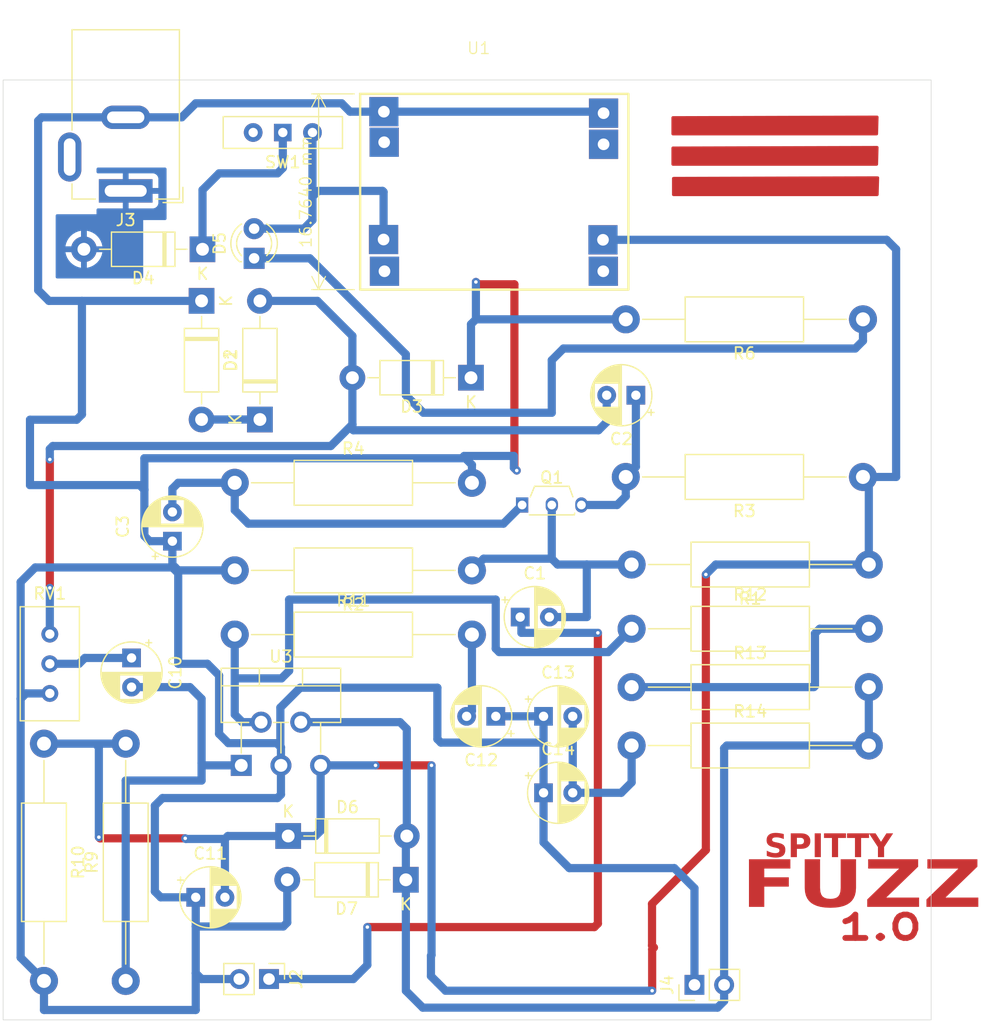
<source format=kicad_pcb>
(kicad_pcb (version 20240108) (generator "pcbnew") (generator_version "8.0")
  (layers (0 "F.Cu" signal) (31 "B.Cu" signal) (34 "B.Paste" user) (35 "F.Paste" user) (36 "B.SilkS" user "B.Silkscreen") (37 "F.SilkS" user "F.Silkscreen") (38 "B.Mask" user) (39 "F.Mask" user) (44 "Edge.Cuts" user))
  (net 0 "")
  (net 1 "Net-(Q1-B)")
  (net 2 "Net-(J2-Pin_1)")
  (net 3 "Net-(Q1-C)")
  (net 4 "Net-(Q1-E)")
  (net 5 "Earth")
  (net 6 "+9V")
  (net 7 "Net-(D1-K)")
  (net 8 "Net-(D4-K)")
  (net 9 "Net-(D4-A)")
  (net 10 "Net-(D5-K)")
  (net 11 "Net-(D5-A)")
  (net 12 "/PRE-AMP_OUT")
  (net 13 "Net-(U3-+)")
  (net 14 "Net-(C10-Pad1)")
  (net 15 "Net-(C12-Pad2)")
  (net 16 "Net-(C13-Pad2)")
  (net 17 "/AUDIO_OUT")
  (net 18 "Net-(U3--)")
  (net 19 "Net-(R12-Pad2)")
  (footprint "Resistor_THT:R_Axial_DIN0411_L9.9mm_D3.6mm_P20.32mm_Horizontal" (layer "F.Cu") (at 134.16 48 180)
    (property "Reference" "R6" (at 10.16 -2.92 0) (layer "F.SilkS"))
    (property "Value" "500R")
    (pad "1" thru_hole circle (at 0 0 180) (size 2.4 2.4) (drill 1.2) (layers "*.Cu" "*.Mask") (net 10 "Net-(D5-K)"))
    (pad "2" thru_hole oval (at 20.32 0 180) (size 2.4 2.4) (drill 1.2) (layers "*.Cu" "*.Mask") (net 5 "Earth"))
  )
  (footprint "Diode_THT:D_DO-41_SOD81_P10.16mm_Horizontal" (layer "F.Cu") (at 84.92 92.25)
    (property "Reference" "D6" (at 5.08 -2.47 0) (layer "F.SilkS"))
    (property "Value" "1N4001")
    (fp_text user "K" (at 0 -2.1 0) (layer "F.SilkS"))
    (pad "1" thru_hole rect (at 0 0) (size 2.2 2.2) (drill 1.1) (layers "*.Cu" "*.Mask") (net 6 "+9V"))
    (pad "2" thru_hole oval (at 10.16 0) (size 2.2 2.2) (drill 1.1) (layers "*.Cu" "*.Mask") (net 17 "/AUDIO_OUT"))
  )
  (footprint "Capacitor_THT:CP_Radial_D5.0mm_P2.50mm" (layer "F.Cu") (at 114.705112 54.5 180)
    (property "Reference" "C2" (at 1.25 -3.75 0) (layer "F.SilkS"))
    (property "Value" "1.5uF")
    (pad "1" thru_hole rect (at 0 0 180) (size 1.6 1.6) (drill 0.8) (layers "*.Cu" "*.Mask") (net 3 "Net-(Q1-C)"))
    (pad "2" thru_hole circle (at 2.5 0 180) (size 1.6 1.6) (drill 0.8) (layers "*.Cu" "*.Mask") (net 12 "/PRE-AMP_OUT"))
  )
  (footprint "Potentiometer_THT:Potentiometer_Bourns_3386C_Horizontal" (layer "F.Cu") (at 64.5 74.96)
    (property "Reference" "RV1" (at 0 -3.475 0) (layer "F.SilkS"))
    (property "Value" "50k")
    (pad "1" thru_hole circle (at 0 0) (size 1.44 1.44) (drill 0.8) (layers "*.Cu" "*.Mask") (net 12 "/PRE-AMP_OUT"))
    (pad "2" thru_hole circle (at 0 2.54) (size 1.44 1.44) (drill 0.8) (layers "*.Cu" "*.Mask") (net 14 "Net-(C10-Pad1)"))
    (pad "3" thru_hole circle (at 0 5.08) (size 1.44 1.44) (drill 0.8) (layers "*.Cu" "*.Mask") (net 5 "Earth"))
  )
  (footprint "Connector_PinHeader_2.54mm:PinHeader_1x02_P2.54mm_Vertical" (layer "F.Cu") (at 83.275 104.5 -90)
    (property "Reference" "J2" (at 0 -2.33 90) (layer "F.SilkS"))
    (property "Value" "Sound IN")
    (pad "1" thru_hole rect (at 0 0 270) (size 1.7 1.7) (drill 1) (layers "*.Cu" "*.Mask") (net 2 "Net-(J2-Pin_1)"))
    (pad "2" thru_hole oval (at 0 2.54 270) (size 1.7 1.7) (drill 1) (layers "*.Cu" "*.Mask") (net 5 "Earth"))
  )
  (footprint "Capacitor_THT:CP_Radial_D5.0mm_P2.50mm" (layer "F.Cu") (at 77 97.5)
    (property "Reference" "C11" (at 1.25 -3.75 0) (layer "F.SilkS"))
    (property "Value" "22uF")
    (pad "1" thru_hole rect (at 0 0) (size 1.6 1.6) (drill 0.8) (layers "*.Cu" "*.Mask") (net 5 "Earth"))
    (pad "2" thru_hole circle (at 2.5 0) (size 1.6 1.6) (drill 0.8) (layers "*.Cu" "*.Mask") (net 6 "+9V"))
  )
  (footprint "Resistor_THT:R_Axial_DIN0411_L9.9mm_D3.6mm_P20.32mm_Horizontal" (layer "F.Cu") (at 114.34 84.5)
    (property "Reference" "R14" (at 10.16 -2.92 0) (layer "F.SilkS"))
    (property "Value" "10R")
    (pad "1" thru_hole circle (at 0 0) (size 2.4 2.4) (drill 1.2) (layers "*.Cu" "*.Mask") (net 16 "Net-(C13-Pad2)"))
    (pad "2" thru_hole oval (at 20.32 0) (size 2.4 2.4) (drill 1.2) (layers "*.Cu" "*.Mask") (net 17 "/AUDIO_OUT"))
  )
  (footprint "Capacitor_THT:CP_Radial_D5.0mm_P2.50mm" (layer "F.Cu") (at 104.794888 73.5)
    (property "Reference" "C1" (at 1.25 -3.75 0) (layer "F.SilkS"))
    (property "Value" "0.82uF")
    (pad "1" thru_hole rect (at 0 0) (size 1.6 1.6) (drill 0.8) (layers "*.Cu" "*.Mask") (net 2 "Net-(J2-Pin_1)"))
    (pad "2" thru_hole circle (at 2.5 0) (size 1.6 1.6) (drill 0.8) (layers "*.Cu" "*.Mask") (net 1 "Net-(Q1-B)"))
  )
  (footprint "Diode_THT:D_DO-41_SOD81_P10.16mm_Horizontal" (layer "F.Cu") (at 77.58 42 180)
    (property "Reference" "D4" (at 5.08 -2.47 0) (layer "F.SilkS"))
    (property "Value" "D_Schottky")
    (fp_text user "K" (at 0 -2.1 0) (layer "F.SilkS"))
    (pad "1" thru_hole rect (at 0 0 180) (size 2.2 2.2) (drill 1.1) (layers "*.Cu" "*.Mask") (net 8 "Net-(D4-K)"))
    (pad "2" thru_hole oval (at 10.16 0 180) (size 2.2 2.2) (drill 1.1) (layers "*.Cu" "*.Mask") (net 9 "Net-(D4-A)"))
  )
  (footprint "Resistor_THT:R_Axial_DIN0411_L9.9mm_D3.6mm_P20.32mm_Horizontal" (layer "F.Cu") (at 80.34 62)
    (property "Reference" "R4" (at 10.16 -2.92 0) (layer "F.SilkS"))
    (property "Value" "440R")
    (pad "1" thru_hole circle (at 0 0) (size 2.4 2.4) (drill 1.2) (layers "*.Cu" "*.Mask") (net 4 "Net-(Q1-E)"))
    (pad "2" thru_hole oval (at 20.32 0) (size 2.4 2.4) (drill 1.2) (layers "*.Cu" "*.Mask") (net 5 "Earth"))
  )
  (footprint "Resistor_THT:R_Axial_DIN0411_L9.9mm_D3.6mm_P20.32mm_Horizontal" (layer "F.Cu") (at 134.66 69 180)
    (property "Reference" "R1" (at 10.16 -2.92 0) (layer "F.SilkS"))
    (property "Value" "45K")
    (pad "1" thru_hole circle (at 0 0 180) (size 2.4 2.4) (drill 1.2) (layers "*.Cu" "*.Mask") (net 6 "+9V"))
    (pad "2" thru_hole oval (at 20.32 0 180) (size 2.4 2.4) (drill 1.2) (layers "*.Cu" "*.Mask") (net 1 "Net-(Q1-B)"))
  )
  (footprint "my-modules:MP1584_BUCK_CONVERTER" (layer "F.Cu") (at 91.085 28.693)
    (property "Reference" "U1" (at 10.16 -3.913 0) (layer "F.SilkS") (effects (font (thickness 0.1))))
    (property "Value" "~")
    (pad "1" thru_hole rect (at 2.032 1.524) (size 2.5 2.5) (drill 1) (layers "*.Cu" "*.Mask") (net 5 "Earth"))
    (pad "2" thru_hole rect (at 2.0574 4.1402) (size 2.5 2.5) (drill 1) (layers "*.Cu" "*.Mask"))
    (pad "3" thru_hole rect (at 2.0066 12.4714) (size 2.5 2.5) (drill 1) (layers "*.Cu" "*.Mask") (net 11 "Net-(D5-A)"))
    (pad "4" thru_hole rect (at 2.0828 15.1892) (size 2.5 2.5) (drill 1) (layers "*.Cu" "*.Mask"))
    (pad "5" thru_hole rect (at 20.828 15.1892) (size 2.5 2.5) (drill 1) (layers "*.Cu" "*.Mask"))
    (pad "6" thru_hole rect (at 20.8026 12.4968) (size 2.5 2.5) (drill 1) (layers "*.Cu" "*.Mask") (net 6 "+9V"))
    (pad "7" thru_hole rect (at 20.8534 4.318) (size 2.5 2.5) (drill 1) (layers "*.Cu" "*.Mask"))
    (pad "8" thru_hole rect (at 20.8534 1.651) (size 2.5 2.5) (drill 1) (layers "*.Cu" "*.Mask") (net 5 "Earth"))
  )
  (footprint "Package_TO_SOT_THT:TO-220-5_P3.4x3.7mm_StaggerOdd_Lead3.8mm_Vertical" (layer "F.Cu") (at 80.9 86.2)
    (property "Reference" "U3" (at 3.4 -9.32 0) (layer "F.SilkS"))
    (property "Value" "TDA2030")
    (pad "1" thru_hole rect (at 0 0) (size 1.8 1.8) (drill 1.1) (layers "*.Cu" "*.Mask") (net 13 "Net-(U3-+)"))
    (pad "2" thru_hole oval (at 1.7 -3.7) (size 1.8 1.8) (drill 1.1) (layers "*.Cu" "*.Mask") (net 18 "Net-(U3--)"))
    (pad "3" thru_hole oval (at 3.4 0) (size 1.8 1.8) (drill 1.1) (layers "*.Cu" "*.Mask") (net 5 "Earth"))
    (pad "4" thru_hole oval (at 5.1 -3.7) (size 1.8 1.8) (drill 1.1) (layers "*.Cu" "*.Mask") (net 17 "/AUDIO_OUT"))
    (pad "5" thru_hole oval (at 6.8 0) (size 1.8 1.8) (drill 1.1) (layers "*.Cu" "*.Mask") (net 6 "+9V"))
  )
  (footprint "Connector_PinHeader_2.54mm:PinHeader_1x02_P2.54mm_Vertical" (layer "F.Cu") (at 119.725 105 90)
    (property "Reference" "J4" (at 0 -2.33 90) (layer "F.SilkS"))
    (property "Value" "8 Ohm Speaker")
    (pad "1" thru_hole rect (at 0 0 90) (size 1.7 1.7) (drill 1) (layers "*.Cu" "*.Mask") (net 5 "Earth"))
    (pad "2" thru_hole oval (at 0 2.54 90) (size 1.7 1.7) (drill 1) (layers "*.Cu" "*.Mask") (net 17 "/AUDIO_OUT"))
  )
  (footprint "Package_TO_SOT_THT:TO-92S_Wide" (layer "F.Cu") (at 104.96 63.9)
    (property "Reference" "Q1" (at 2.54 -2.35 0) (layer "F.SilkS"))
    (property "Value" "2N3904")
    (pad "1" thru_hole rect (at 0 0) (size 1.05 1.3) (drill 0.75) (layers "*.Cu" "*.Mask") (net 4 "Net-(Q1-E)"))
    (pad "2" thru_hole oval (at 2.54 0) (size 1.05 1.3) (drill 0.75) (layers "*.Cu" "*.Mask") (net 1 "Net-(Q1-B)"))
    (pad "3" thru_hole oval (at 5.08 0) (size 1.05 1.3) (drill 0.75) (layers "*.Cu" "*.Mask") (net 3 "Net-(Q1-C)"))
  )
  (footprint "LED_THT:LED_D3.0mm" (layer "F.Cu") (at 82 42.775 90)
    (property "Reference" "D5" (at 1.27 -2.96 90) (layer "F.SilkS"))
    (property "Value" "GREEN")
    (pad "1" thru_hole rect (at 0 0 90) (size 1.8 1.8) (drill 0.9) (layers "*.Cu" "*.Mask") (net 10 "Net-(D5-K)"))
    (pad "2" thru_hole circle (at 2.54 0 90) (size 1.8 1.8) (drill 0.9) (layers "*.Cu" "*.Mask") (net 11 "Net-(D5-A)"))
  )
  (footprint "Capacitor_THT:CP_Radial_D5.0mm_P2.50mm" (layer "F.Cu") (at 75 67 90)
    (property "Reference" "C3" (at 1.25 -4.25 90) (layer "F.SilkS"))
    (property "Value" "220uF")
    (pad "1" thru_hole rect (at 0 0 90) (size 1.6 1.6) (drill 0.8) (layers "*.Cu" "*.Mask") (net 5 "Earth"))
    (pad "2" thru_hole circle (at 2.5 0 90) (size 1.6 1.6) (drill 0.8) (layers "*.Cu" "*.Mask") (net 4 "Net-(Q1-E)"))
  )
  (footprint "Resistor_THT:R_Axial_DIN0411_L9.9mm_D3.6mm_P20.32mm_Horizontal" (layer "F.Cu") (at 100.66 69.5 180)
    (property "Reference" "R2" (at 10.16 -2.92 0) (layer "F.SilkS"))
    (property "Value" "10K")
    (pad "1" thru_hole circle (at 0 0 180) (size 2.4 2.4) (drill 1.2) (layers "*.Cu" "*.Mask") (net 1 "Net-(Q1-B)"))
    (pad "2" thru_hole oval (at 20.32 0 180) (size 2.4 2.4) (drill 1.2) (layers "*.Cu" "*.Mask") (net 5 "Earth"))
  )
  (footprint "Button_Switch_THT:SW_Slide-03_Wuerth-WS-SLTV_10x2.5x6.4_P2.54mm" (layer "F.Cu") (at 84.46 32 180)
    (property "Reference" "SW1" (at 0 -2.54 360) (layer "F.SilkS"))
    (property "Value" "SW_SPST")
    (pad "1" thru_hole rect (at 0 0 180) (size 1.5 1.5) (drill 0.8) (layers "*.Cu" "*.Mask") (net 8 "Net-(D4-K)"))
    (pad "2" thru_hole circle (at -2.54 0 180) (size 1.6 1.6) (drill 0.8) (layers "*.Cu" "*.Mask") (net 11 "Net-(D5-A)"))
    (pad "3" thru_hole circle (at 2.54 0 180) (size 1.6 1.6) (drill 0.8) (layers "*.Cu" "*.Mask"))
  )
  (footprint "Diode_THT:D_DO-41_SOD81_P10.16mm_Horizontal" (layer "F.Cu") (at 77.5 46.42 -90)
    (property "Reference" "D2" (at 5.08 -2.47 90) (layer "F.SilkS"))
    (property "Value" "1N4007")
    (fp_text user "K" (at 0 -2.1 90) (layer "F.SilkS"))
    (pad "1" thru_hole rect (at 0 0 270) (size 2.2 2.2) (drill 1.1) (layers "*.Cu" "*.Mask") (net 5 "Earth"))
    (pad "2" thru_hole oval (at 10.16 0 270) (size 2.2 2.2) (drill 1.1) (layers "*.Cu" "*.Mask") (net 7 "Net-(D1-K)"))
  )
  (footprint "Capacitor_THT:CP_Radial_D5.0mm_P2.50mm" (layer "F.Cu") (at 106.794887 88.55)
    (property "Reference" "C14" (at 1.25 -3.75 360) (layer "F.SilkS"))
    (property "Value" "100nF")
    (pad "1" thru_hole rect (at 0 0) (size 1.6 1.6) (drill 0.8) (layers "*.Cu" "*.Mask") (net 5 "Earth"))
    (pad "2" thru_hole circle (at 2.5 0) (size 1.6 1.6) (drill 0.8) (layers "*.Cu" "*.Mask") (net 16 "Net-(C13-Pad2)"))
  )
  (footprint "Capacitor_THT:CP_Radial_D5.0mm_P2.50mm" (layer "F.Cu") (at 106.794887 82)
    (property "Reference" "C13" (at 1.25 -3.75 360) (layer "F.SilkS"))
    (property "Value" "100nF")
    (pad "1" thru_hole rect (at 0 0) (size 1.6 1.6) (drill 0.8) (layers "*.Cu" "*.Mask") (net 5 "Earth"))
    (pad "2" thru_hole circle (at 2.5 0) (size 1.6 1.6) (drill 0.8) (layers "*.Cu" "*.Mask") (net 16 "Net-(C13-Pad2)"))
  )
  (footprint "Resistor_THT:R_Axial_DIN0411_L9.9mm_D3.6mm_P20.32mm_Horizontal" (layer "F.Cu") (at 71 104.66 90)
    (property "Reference" "R9" (at 10.16 -2.92 90) (layer "F.SilkS"))
    (property "Value" "100k")
    (pad "1" thru_hole circle (at 0 0 90) (size 2.4 2.4) (drill 1.2) (layers "*.Cu" "*.Mask") (net 13 "Net-(U3-+)"))
    (pad "2" thru_hole oval (at 20.32 0 90) (size 2.4 2.4) (drill 1.2) (layers "*.Cu" "*.Mask") (net 6 "+9V"))
  )
  (footprint "Resistor_THT:R_Axial_DIN0411_L9.9mm_D3.6mm_P20.32mm_Horizontal" (layer "F.Cu") (at 134.16 61.5 180)
    (property "Reference" "R3" (at 10.16 -2.92 0) (layer "F.SilkS"))
    (property "Value" "2.2K")
    (pad "1" thru_hole circle (at 0 0 180) (size 2.4 2.4) (drill 1.2) (layers "*.Cu" "*.Mask") (net 6 "+9V"))
    (pad "2" thru_hole oval (at 20.32 0 180) (size 2.4 2.4) (drill 1.2) (layers "*.Cu" "*.Mask") (net 3 "Net-(Q1-C)"))
  )
  (footprint "Resistor_THT:R_Axial_DIN0411_L9.9mm_D3.6mm_P20.32mm_Horizontal" (layer "F.Cu") (at 114.34 79.5)
    (property "Reference" "R13" (at 10.16 -2.92 0) (layer "F.SilkS"))
    (property "Value" "30k")
    (pad "1" thru_hole circle (at 0 0) (size 2.4 2.4) (drill 1.2) (layers "*.Cu" "*.Mask") (net 19 "Net-(R12-Pad2)"))
    (pad "2" thru_hole oval (at 20.32 0) (size 2.4 2.4) (drill 1.2) (layers "*.Cu" "*.Mask") (net 17 "/AUDIO_OUT"))
  )
  (footprint "Connector_BarrelJack:BarrelJack_GCT_DCJ200-10-A_Horizontal" (layer "F.Cu") (at 71 37 180)
    (property "Reference" "J3" (at 0 -2.5 0) (layer "F.SilkS"))
    (property "Value" "Barrel_Jack")
    (pad "1" thru_hole rect (at 0 0 180) (size 4.6 2) (drill oval 3.6 1) (layers "*.Cu" "*.Mask") (net 9 "Net-(D4-A)"))
    (pad "2" thru_hole oval (at 0 6.3 180) (size 4.2 2) (drill oval 3.2 1) (layers "*.Cu" "*.Mask") (net 5 "Earth"))
    (pad "3" thru_hole oval (at 4.8 2.9 180) (size 2 4.2) (drill oval 1 3.2) (layers "*.Cu" "*.Mask"))
  )
  (footprint "Resistor_THT:R_Axial_DIN0411_L9.9mm_D3.6mm_P20.32mm_Horizontal" (layer "F.Cu") (at 80.34 75)
    (property "Reference" "R11" (at 10.16 -2.92 0) (layer "F.SilkS"))
    (property "Value" "4.7k")
    (pad "1" thru_hole circle (at 0 0) (size 2.4 2.4) (drill 1.2) (layers "*.Cu" "*.Mask") (net 18 "Net-(U3--)"))
    (pad "2" thru_hole oval (at 20.32 0) (size 2.4 2.4) (drill 1.2) (layers "*.Cu" "*.Mask") (net 15 "Net-(C12-Pad2)"))
  )
  (footprint "Capacitor_THT:CP_Radial_D5.0mm_P2.50mm" (layer "F.Cu") (at 102.705113 82 180)
    (property "Reference" "C12" (at 1.25 -3.75 360) (layer "F.SilkS"))
    (property "Value" "2.2uF")
    (pad "1" thru_hole rect (at 0 0 180) (size 1.6 1.6) (drill 0.8) (layers "*.Cu" "*.Mask") (net 5 "Earth"))
    (pad "2" thru_hole circle (at 2.5 0 180) (size 1.6 1.6) (drill 0.8) (layers "*.Cu" "*.Mask") (net 15 "Net-(C12-Pad2)"))
  )
  (footprint "Capacitor_THT:CP_Radial_D5.0mm_P2.50mm" (layer "F.Cu") (at 71.5 77 -90)
    (property "Reference" "C10" (at 1.25 -3.75 90) (layer "F.SilkS"))
    (property "Value" "1uF")
    (pad "1" thru_hole rect (at 0 0 270) (size 1.6 1.6) (drill 0.8) (layers "*.Cu" "*.Mask") (net 14 "Net-(C10-Pad1)"))
    (pad "2" thru_hole circle (at 2.5 0 270) (size 1.6 1.6) (drill 0.8) (layers "*.Cu" "*.Mask") (net 13 "Net-(U3-+)"))
  )
  (footprint "Diode_THT:D_DO-41_SOD81_P10.16mm_Horizontal" (layer "F.Cu") (at 82.5 56.58 90)
    (property "Reference" "D1" (at 5.08 -2.47 90) (layer "F.SilkS"))
    (property "Value" "1N4007")
    (fp_text user "K" (at 0 -2.1 90) (layer "F.SilkS"))
    (pad "1" thru_hole rect (at 0 0 90) (size 2.2 2.2) (drill 1.1) (layers "*.Cu" "*.Mask") (net 7 "Net-(D1-K)"))
    (pad "2" thru_hole oval (at 10.16 0 90) (size 2.2 2.2) (drill 1.1) (layers "*.Cu" "*.Mask") (net 12 "/PRE-AMP_OUT"))
  )
  (footprint "Resistor_THT:R_Axial_DIN0411_L9.9mm_D3.6mm_P20.32mm_Horizontal" (layer "F.Cu") (at 114.34 74.5)
    (property "Reference" "R12" (at 10.16 -2.92 0) (layer "F.SilkS"))
    (property "Value" "100k")
    (pad "1" thru_hole circle (at 0 0) (size 2.4 2.4) (drill 1.2) (layers "*.Cu" "*.Mask") (net 18 "Net-(U3--)"))
    (pad "2" thru_hole oval (at 20.32 0) (size 2.4 2.4) (drill 1.2) (layers "*.Cu" "*.Mask") (net 19 "Net-(R12-Pad2)"))
  )
  (footprint "Diode_THT:D_DO-41_SOD81_P10.16mm_Horizontal" (layer "F.Cu") (at 95 96 180)
    (property "Reference" "D7" (at 5.08 -2.47 360) (layer "F.SilkS"))
    (property "Value" "1N4001")
    (fp_text user "K" (at 0 -2.1 360) (layer "F.SilkS"))
    (pad "1" thru_hole rect (at 0 0 180) (size 2.2 2.2) (drill 1.1) (layers "*.Cu" "*.Mask") (net 17 "/AUDIO_OUT"))
    (pad "2" thru_hole oval (at 10.16 0 180) (size 2.2 2.2) (drill 1.1) (layers "*.Cu" "*.Mask") (net 5 "Earth"))
  )
  (footprint "Resistor_THT:R_Axial_DIN0411_L9.9mm_D3.6mm_P20.32mm_Horizontal" (layer "F.Cu") (at 64 84.34 -90)
    (property "Reference" "R10" (at 10.16 -2.92 90) (layer "F.SilkS"))
    (property "Value" "100k")
    (pad "1" thru_hole circle (at 0 0 270) (size 2.4 2.4) (drill 1.2) (layers "*.Cu" "*.Mask") (net 6 "+9V"))
    (pad "2" thru_hole oval (at 20.32 0 270) (size 2.4 2.4) (drill 1.2) (layers "*.Cu" "*.Mask") (net 5 "Earth"))
  )
  (footprint "Diode_THT:D_DO-41_SOD81_P10.16mm_Horizontal" (layer "F.Cu") (at 100.58 53 180)
    (property "Reference" "D3" (at 5.08 -2.47 0) (layer "F.SilkS"))
    (property "Value" "1N4007")
    (fp_text user "K" (at 0 -2.1 0) (layer "F.SilkS"))
    (pad "1" thru_hole rect (at 0 0 180) (size 2.2 2.2) (drill 1.1) (layers "*.Cu" "*.Mask") (net 5 "Earth"))
    (pad "2" thru_hole oval (at 10.16 0 180) (size 2.2 2.2) (drill 1.1) (layers "*.Cu" "*.Mask") (net 12 "/PRE-AMP_OUT"))
  )
  (gr_rect (start 60.5 27.5) (end 140 108) (stroke (width 0.05)) (fill none) (layer "Edge.Cuts"))
  (gr_text "FUZZ" (at 123.75 99 0) (layer "F.Cu") (effects (font (size 4 5) (thickness 0.3) (bold yes)) (justify left bottom)))
  (gr_text "SPITTY" (at 125.7 94.4 0) (layer "F.Cu") (effects (font (size 2 2) (thickness 0.3) (bold yes)) (justify left bottom)))
  (gr_text "1.0" (at 131.75 101.25 0) (layer "F.Cu") (effects (font (size 2 3) (thickness 0.5) (bold yes)) (justify left bottom)))
  (segment (start 101.66 68.5) (end 107.5 68.5) (width 0.7) (layer "B.Cu") (net 1))
  (segment (start 110.5 73.5) (end 110.5 69) (width 0.7) (layer "B.Cu") (net 1))
  (segment (start 108 69) (end 110.5 69) (width 0.7) (layer "B.Cu") (net 1))
  (segment (start 107.294888 73.5) (end 110.5 73.5) (width 0.7) (layer "B.Cu") (net 1))
  (segment (start 107.5 68.5) (end 108 69) (width 0.7) (layer "B.Cu") (net 1))
  (segment (start 110.5 69) (end 114.34 69) (width 0.7) (layer "B.Cu") (net 1))
  (segment (start 107.5 63.9) (end 107.5 68.5) (width 0.7) (layer "B.Cu") (net 1))
  (segment (start 100.66 69.5) (end 101.66 68.5) (width 0.7) (layer "B.Cu") (net 1))
  (segment (start 111.15 100.05) (end 111.45 99.75) (width 0.7) (layer "F.Cu") (net 2))
  (segment (start 91.7 100.05) (end 111.15 100.05) (width 0.7) (layer "F.Cu") (net 2))
  (segment (start 111.45 99.75) (end 111.45 74.85) (width 0.7) (layer "F.Cu") (net 2))
  (via (at 91.7 100.05) (size 0.6) (drill 0.3) (layers "F.Cu" "B.Cu") (net 2))
  (via (at 111.45 74.85) (size 0.6) (drill 0.3) (layers "F.Cu" "B.Cu") (net 2))
  (segment (start 104.9 73.605112) (end 104.794888 73.5) (width 0.7) (layer "B.Cu") (net 2))
  (segment (start 83.275 104.5) (end 90.5 104.5) (width 0.7) (layer "B.Cu") (net 2))
  (segment (start 104.9 74.85) (end 104.9 73.605112) (width 0.7) (layer "B.Cu") (net 2))
  (segment (start 91.7 103.3) (end 91.7 100.05) (width 0.7) (layer "B.Cu") (net 2))
  (segment (start 111.45 74.85) (end 104.9 74.85) (width 0.7) (layer "B.Cu") (net 2))
  (segment (start 90.95 104.05) (end 91.7 103.3) (width 0.7) (layer "B.Cu") (net 2))
  (segment (start 90.5 104.5) (end 90.95 104.05) (width 0.7) (layer "B.Cu") (net 2))
  (segment (start 110.04 63.9) (end 113.1 63.9) (width 0.7) (layer "B.Cu") (net 3))
  (segment (start 113.84 63.16) (end 113.84 61.5) (width 0.7) (layer "B.Cu") (net 3))
  (segment (start 113.84 61.5) (end 114.705112 60.634888) (width 0.7) (layer "B.Cu") (net 3))
  (segment (start 114.705112 60.634888) (end 114.705112 54.5) (width 0.7) (layer "B.Cu") (net 3))
  (segment (start 113.1 63.9) (end 113.84 63.16) (width 0.7) (layer "B.Cu") (net 3))
  (segment (start 75 64.5) (end 75 62.5) (width 0.7) (layer "B.Cu") (net 4))
  (segment (start 81.5 65.5) (end 103.36 65.5) (width 0.7) (layer "B.Cu") (net 4))
  (segment (start 103.36 65.5) (end 104.96 63.9) (width 0.7) (layer "B.Cu") (net 4))
  (segment (start 75.5 62) (end 80.34 62) (width 0.7) (layer "B.Cu") (net 4))
  (segment (start 80.34 64.34) (end 81.5 65.5) (width 0.7) (layer "B.Cu") (net 4))
  (segment (start 80.34 62) (end 80.34 64.34) (width 0.7) (layer "B.Cu") (net 4))
  (segment (start 75 62.5) (end 75.5 62) (width 0.7) (layer "B.Cu") (net 4))
  (segment (start 101 44.8) (end 101.2 45) (width 0.7) (layer "F.Cu") (net 5))
  (segment (start 104.3 45) (end 104.3 60.75) (width 0.7) (layer "F.Cu") (net 5))
  (segment (start 104.3 60.75) (end 104.5 60.95) (width 0.7) (layer "F.Cu") (net 5))
  (segment (start 101.2 45) (end 104.3 45) (width 0.7) (layer "F.Cu") (net 5))
  (via (at 101 44.8) (size 0.6) (drill 0.3) (layers "F.Cu" "B.Cu") (net 5))
  (via (at 104.5 60.95) (size 0.6) (drill 0.3) (layers "F.Cu" "B.Cu") (net 5))
  (segment (start 84 89) (end 74.15 89) (width 0.7) (layer "B.Cu") (net 5))
  (segment (start 62 70.5) (end 63.25 69.25) (width 0.7) (layer "B.Cu") (net 5))
  (segment (start 97.7 79.55) (end 97.7 83.95) (width 0.7) (layer "B.Cu") (net 5))
  (segment (start 97.7 83.95) (end 98 84.25) (width 0.7) (layer "B.Cu") (net 5))
  (segment (start 64 107.15) (end 77 107.15) (width 0.7) (layer "B.Cu") (net 5))
  (segment (start 85.95 79.55) (end 97.7 79.55) (width 0.7) (layer "B.Cu") (net 5))
  (segment (start 84.3 86.2) (end 84.3 84.65) (width 0.7) (layer "B.Cu") (net 5))
  (segment (start 83.95 84.3) (end 79.8 84.3) (width 0.7) (layer "B.Cu") (net 5))
  (segment (start 119.725 96.725) (end 119.725 105) (width 0.7) (layer "B.Cu") (net 5))
  (segment (start 100.58 48.42) (end 101 48) (width 0.7) (layer "B.Cu") (net 5))
  (segment (start 106.794887 92.794887) (end 109 95) (width 0.7) (layer "B.Cu") (net 5))
  (segment (start 72.6 66.55) (end 73.05 67) (width 0.7) (layer "B.Cu") (net 5))
  (segment (start 104.25 59.7) (end 100 59.7) (width 0.7) (layer "B.Cu") (net 5))
  (segment (start 67.25 46.42) (end 77.5 46.42) (width 0.7) (layer "B.Cu") (net 5))
  (segment (start 62.8 62.2) (end 62.8 56.6) (width 0.7) (layer "B.Cu") (net 5))
  (segment (start 62 80.5) (end 62 70.5) (width 0.7) (layer "B.Cu") (net 5))
  (segment (start 75.5 69.75) (end 75 69.25) (width 0.7) (layer "B.Cu") (net 5))
  (segment (start 63.5 45.5) (end 64.42 46.42) (width 0.7) (layer "B.Cu") (net 5))
  (segment (start 100.1 59.9) (end 99.8 59.9) (width 0.7) (layer "B.Cu") (net 5))
  (segment (start 75 67) (end 75 69) (width 0.7) (layer "B.Cu") (net 5))
  (segment (start 79 78.5) (end 78 77.5) (width 0.7) (layer "B.Cu") (net 5))
  (segment (start 75.25 69.25) (end 75.5 69.5) (width 0.7) (layer "B.Cu") (net 5))
  (segment (start 93.117 30.217) (end 111.8114 30.217) (width 0.7) (layer "B.Cu") (net 5))
  (segment (start 77 107.15) (end 77 104) (width 0.7) (layer "B.Cu") (net 5))
  (segment (start 72.6 62.6) (end 72.6 66.55) (width 0.7) (layer "B.Cu") (net 5))
  (segment (start 84.25 81.25) (end 85.95 79.55) (width 0.7) (layer "B.Cu") (net 5))
  (segment (start 75 69.25) (end 75.25 69.25) (width 0.7) (layer "B.Cu") (net 5))
  (segment (start 72.2 62.2) (end 62.8 62.2) (width 0.7) (layer "B.Cu") (net 5))
  (segment (start 75.5 69.5) (end 80.34 69.5) (width 0.7) (layer "B.Cu") (net 5))
  (segment (start 77 100) (end 84.5 100) (width 0.7) (layer "B.Cu") (net 5))
  (segment (start 84.3 86.2) (end 84.3 88.7) (width 0.7) (layer "B.Cu") (net 5))
  (segment (start 101 48) (end 113.84 48) (width 0.7) (layer "B.Cu") (net 5))
  (segment (start 63.5 31) (end 63.5 45.5) (width 0.7) (layer "B.Cu") (net 5))
  (segment (start 84.25 84.6) (end 84.25 81.25) (width 0.7) (layer "B.Cu") (net 5))
  (segment (start 72.6 62.6) (end 72.2 62.2) (width 0.7) (layer "B.Cu") (net 5))
  (segment (start 79 83.5) (end 79 78.5) (width 0.7) (layer "B.Cu") (net 5))
  (segment (start 100.66 62) (end 100.66 60.46) (width 0.7) (layer "B.Cu") (net 5))
  (segment (start 90.217 30.217) (end 93.117 30.217) (width 0.7) (layer "B.Cu") (net 5))
  (segment (start 89.5 29.5) (end 90.217 30.217) (width 0.7) (layer "B.Cu") (net 5))
  (segment (start 100.66 60.46) (end 100.1 59.9) (width 0.7) (layer "B.Cu") (net 5))
  (segment (start 101 48) (end 101 44.8) (width 0.7) (layer "B.Cu") (net 5))
  (segment (start 84.5 100) (end 84.84 99.66) (width 0.7) (layer "B.Cu") (net 5))
  (segment (start 106.794887 88.55) (end 106.794887 92.794887) (width 0.7) (layer "B.Cu") (net 5))
  (segment (start 74 97.5) (end 77 97.5) (width 0.7) (layer "B.Cu") (net 5))
  (segment (start 62 102.66) (end 64 104.66) (width 0.7) (layer "B.Cu") (net 5))
  (segment (start 62 80.5) (end 62 102.66) (width 0.7) (layer "B.Cu") (net 5))
  (segment (start 73.5 97) (end 74 97.5) (width 0.7) (layer "B.Cu") (net 5))
  (segment (start 106.794887 84.25) (end 106.794887 88.55) (width 0.7) (layer "B.Cu") (net 5))
  (segment (start 77 100) (end 77 104) (width 0.7) (layer "B.Cu") (net 5))
  (segment (start 77 104) (end 77.5 104.5) (width 0.7) (layer "B.Cu") (net 5))
  (segment (start 64 104.66) (end 64 107.15) (width 0.7) (layer "B.Cu") (net 5))
  (segment (start 99.8 59.9) (end 72.6 59.9) (width 0.7) (layer "B.Cu") (net 5))
  (segment (start 62.8 56.6) (end 66.8 56.6) (width 0.7) (layer "B.Cu") (net 5))
  (segment (start 118 95) (end 119.725 96.725) (width 0.7) (layer "B.Cu") (net 5))
  (segment (start 111.8114 30.217) (end 111.9384 30.344) (width 0.7) (layer "B.Cu") (net 5))
  (segment (start 84.3 84.65) (end 83.95 84.3) (width 0.7) (layer "B.Cu") (net 5))
  (segment (start 98 84.25) (end 106.794887 84.25) (width 0.7) (layer "B.Cu") (net 5))
  (segment (start 74.15 89) (end 73.5 89.65) (width 0.7) (layer "B.Cu") (net 5))
  (segment (start 77 97.5) (end 77 100) (width 0.7) (layer "B.Cu") (net 5))
  (segment (start 102.705113 82) (end 106.794887 82) (width 0.7) (layer "B.Cu") (net 5))
  (segment (start 62.46 80.04) (end 62 80.5) (width 0.7) (layer "B.Cu") (net 5))
  (segment (start 100 59.7) (end 99.8 59.9) (width 0.7) (layer "B.Cu") (net 5))
  (segment (start 106.794887 82) (end 106.794887 84.25) (width 0.7) (layer "B.Cu") (net 5))
  (segment (start 104.5 60.95) (end 104.25 60.7) (width 0.7) (layer "B.Cu") (net 5))
  (segment (start 71 30.7) (end 63.8 30.7) (width 0.7) (layer "B.Cu") (net 5))
  (segment (start 73.5 89.65) (end 73.5 97) (width 0.7) (layer "B.Cu") (net 5))
  (segment (start 79.8 84.3) (end 79 83.5) (width 0.7) (layer "B.Cu") (net 5))
  (segment (start 73.05 67) (end 75 67) (width 0.7) (layer "B.Cu") (net 5))
  (segment (start 63.25 69.25) (end 75 69.25) (width 0.7) (layer "B.Cu") (net 5))
  (segment (start 77 29.5) (end 89.5 29.5) (width 0.7) (layer "B.Cu") (net 5))
  (segment (start 83.95 84.3) (end 84.25 84.6) (width 0.7) (layer "B.Cu") (net 5))
  (segment (start 72.6 59.9) (end 72.6 62.6) (width 0.7) (layer "B.Cu") (net 5))
  (segment (start 84.3 88.7) (end 84 89) (width 0.7) (layer "B.Cu") (net 5))
  (segment (start 66.8 56.6) (end 67.25 56.15) (width 0.7) (layer "B.Cu") (net 5))
  (segment (start 71 30.7) (end 75.8 30.7) (width 0.7) (layer "B.Cu") (net 5))
  (segment (start 78 77.5) (end 75.5 77.5) (width 0.7) (layer "B.Cu") (net 5))
  (segment (start 64.5 80.04) (end 62.46 80.04) (width 0.7) (layer "B.Cu") (net 5))
  (segment (start 100.58 53) (end 100.58 48.42) (width 0.7) (layer "B.Cu") (net 5))
  (segment (start 75 69) (end 75.25 69.25) (width 0.7) (layer "B.Cu") (net 5))
  (segment (start 64.42 46.42) (end 67.25 46.42) (width 0.7) (layer "B.Cu") (net 5))
  (segment (start 75.8 30.7) (end 77 29.5) (width 0.7) (layer "B.Cu") (net 5))
  (segment (start 77.5 104.5) (end 80.735 104.5) (width 0.7) (layer "B.Cu") (net 5))
  (segment (start 63.8 30.7) (end 63.5 31) (width 0.7) (layer "B.Cu") (net 5))
  (segment (start 84.84 99.66) (end 84.84 96) (width 0.7) (layer "B.Cu") (net 5))
  (segment (start 109 95) (end 118 95) (width 0.7) (layer "B.Cu") (net 5))
  (segment (start 75.5 77.5) (end 75.5 69.75) (width 0.7) (layer "B.Cu") (net 5))
  (segment (start 67.25 56.15) (end 67.25 46.42) (width 0.7) (layer "B.Cu") (net 5))
  (segment (start 104.25 60.7) (end 104.25 59.7) (width 0.7) (layer "B.Cu") (net 5))
  (segment (start 120.7 93.45) (end 120.7 69.85) (width 0.7) (layer "F.Cu") (net 6))
  (segment (start 116.1 105.5) (end 116.1 101.95) (width 0.7) (layer "F.Cu") (net 6))
  (segment (start 118.95 95.2) (end 120.7 93.45) (width 0.7) (layer "F.Cu") (net 6))
  (segment (start 76.1 92.45) (end 68.8 92.45) (width 0.7) (layer "F.Cu") (net 6))
  (segment (start 116.25 101.8) (end 116.09 101.64) (width 0.7) (layer "F.Cu") (net 6))
  (segment (start 116.09 101.64) (end 116.09 98.06) (width 0.7) (layer "F.Cu") (net 6))
  (segment (start 68.8 92.45) (end 68.7 92.35) (width 0.7) (layer "F.Cu") (net 6))
  (segment (start 92.4 86.2) (end 97.2 86.2) (width 0.7) (layer "F.Cu") (net 6))
  (segment (start 116.09 98.06) (end 118.95 95.2) (width 0.7) (layer "F.Cu") (net 6))
  (segment (start 116.1 101.95) (end 116.25 101.8) (width 0.7) (layer "F.Cu") (net 6))
  (via (at 97.2 86.2) (size 0.6) (drill 0.3) (layers "F.Cu" "B.Cu") (net 6))
  (via (at 92.4 86.2) (size 0.6) (drill 0.3) (layers "F.Cu" "B.Cu") (net 6))
  (via (at 116.1 105.5) (size 0.6) (drill 0.3) (layers "F.Cu" "B.Cu") (net 6))
  (via (at 76.1 92.45) (size 0.6) (drill 0.3) (layers "F.Cu" "B.Cu") (net 6))
  (via (at 68.7 92.35) (size 0.6) (drill 0.3) (layers "F.Cu" "B.Cu") (net 6))
  (via (at 120.7 69.85) (size 0.6) (drill 0.3) (layers "F.Cu" "B.Cu") (net 6))
  (segment (start 87.7 86.2) (end 87.7 91.8) (width 0.7) (layer "B.Cu") (net 6))
  (segment (start 79.5 97.5) (end 79.5 92.5) (width 0.7) (layer "B.Cu") (net 6))
  (segment (start 97.15 102.5) (end 97.15 104.25) (width 0.7) (layer "B.Cu") (net 6))
  (segment (start 79.5 92.5) (end 76.15 92.5) (width 0.7) (layer "B.Cu") (net 6))
  (segment (start 64 84.34) (end 68.4 84.34) (width 0.7) (layer "B.Cu") (net 6))
  (segment (start 98.4 105.5) (end 116.1 105.5) (width 0.7) (layer "B.Cu") (net 6))
  (segment (start 134.16 61.5) (end 137 61.5) (width 0.7) (layer "B.Cu") (net 6))
  (segment (start 134.66 69) (end 134.66 62) (width 0.7) (layer "B.Cu") (net 6))
  (segment (start 97.15 104.25) (end 97.7 104.8) (width 0.7) (layer "B.Cu") (net 6))
  (segment (start 97.2 102.45) (end 97.15 102.5) (width 0.7) (layer "B.Cu") (net 6))
  (segment (start 68.7 92.35) (end 68.7 84.64) (width 0.7) (layer "B.Cu") (net 6))
  (segment (start 137 61.5) (end 137 42) (width 0.7) (layer "B.Cu") (net 6))
  (segment (start 97.2 86.2) (end 97.2 102.45) (width 0.7) (layer "B.Cu") (net 6))
  (segment (start 87.25 92.25) (end 84.92 92.25) (width 0.7) (layer "B.Cu") (net 6))
  (segment (start 76.15 92.5) (end 76.1 92.45) (width 0.7) (layer "B.Cu") (net 6))
  (segment (start 87.7 86.2) (end 92.4 86.2) (width 0.7) (layer "B.Cu") (net 6))
  (segment (start 79.5 92.5) (end 79.75 92.25) (width 0.7) (layer "B.Cu") (net 6))
  (segment (start 97.7 104.8) (end 98.4 105.5) (width 0.7) (layer "B.Cu") (net 6))
  (segment (start 121.55 69) (end 134.66 69) (width 0.7) (layer "B.Cu") (net 6))
  (segment (start 68.4 84.34) (end 71 84.34) (width 0.7) (layer "B.Cu") (net 6))
  (segment (start 87.7 91.8) (end 87.25 92.25) (width 0.7) (layer "B.Cu") (net 6))
  (segment (start 120.7 69.85) (end 121.55 69) (width 0.7) (layer "B.Cu") (net 6))
  (segment (start 136.1898 41.1898) (end 111.8876 41.1898) (width 0.7) (layer "B.Cu") (net 6))
  (segment (start 68.7 84.64) (end 68.4 84.34) (width 0.7) (layer "B.Cu") (net 6))
  (segment (start 134.66 62) (end 134.16 61.5) (width 0.7) (layer "B.Cu") (net 6))
  (segment (start 137 42) (end 136.1898 41.1898) (width 0.7) (layer "B.Cu") (net 6))
  (segment (start 79.75 92.25) (end 84.92 92.25) (width 0.7) (layer "B.Cu") (net 6))
  (segment (start 77.5 56.58) (end 82.5 56.58) (width 0.7) (layer "B.Cu") (net 7))
  (segment (start 79 35.5) (end 84 35.5) (width 0.7) (layer "B.Cu") (net 8))
  (segment (start 77.58 42) (end 77.58 36.92) (width 0.7) (layer "B.Cu") (net 8))
  (segment (start 77.58 36.92) (end 79 35.5) (width 0.7) (layer "B.Cu") (net 8))
  (segment (start 84 35.5) (end 84.46 35.04) (width 0.7) (layer "B.Cu") (net 8))
  (segment (start 84.46 35.04) (end 84.46 32) (width 0.7) (layer "B.Cu") (net 8))
  (segment (start 96.5 56) (end 107.5 56) (width 0.7) (layer "B.Cu") (net 10))
  (segment (start 107.5 56) (end 107.5 51.5) (width 0.7) (layer "B.Cu") (net 10))
  (segment (start 108.5 50.5) (end 133.5 50.5) (width 0.7) (layer "B.Cu") (net 10))
  (segment (start 133.5 50.5) (end 134.16 49.84) (width 0.7) (layer "B.Cu") (net 10))
  (segment (start 86.775 42.775) (end 95 51) (width 0.7) (layer "B.Cu") (net 10))
  (segment (start 107.5 51.5) (end 108.5 50.5) (width 0.7) (layer "B.Cu") (net 10))
  (segment (start 82 42.775) (end 86.775 42.775) (width 0.7) (layer "B.Cu") (net 10))
  (segment (start 134.16 49.84) (end 134.16 48) (width 0.7) (layer "B.Cu") (net 10))
  (segment (start 95 51) (end 95 54.5) (width 0.7) (layer "B.Cu") (net 10))
  (segment (start 95 54.5) (end 96.5 56) (width 0.7) (layer "B.Cu") (net 10))
  (segment (start 87 32) (end 87 37.5) (width 0.7) (layer "B.Cu") (net 11))
  (segment (start 87 39.5) (end 86.265 40.235) (width 0.7) (layer "B.Cu") (net 11))
  (segment (start 93.0916 37.0916) (end 93 37) (width 0.7) (layer "B.Cu") (net 11))
  (segment (start 86.265 40.235) (end 82 40.235) (width 0.7) (layer "B.Cu") (net 11))
  (segment (start 93.0916 41.1644) (end 93.0916 37.0916) (width 0.7) (layer "B.Cu") (net 11))
  (segment (start 87.5 37) (end 87 37.5) (width 0.7) (layer "B.Cu") (net 11))
  (segment (start 87 37.5) (end 87 39.5) (width 0.7) (layer "B.Cu") (net 11))
  (segment (start 93 37) (end 87.5 37) (width 0.7) (layer "B.Cu") (net 11))
  (segment (start 64.5 71) (end 64.5 60) (width 0.7) (layer "F.Cu") (net 12))
  (via (at 64.5 60) (size 0.6) (drill 0.3) (layers "F.Cu" "B.Cu") (net 12))
  (via (at 64.5 71) (size 0.6) (drill 0.3) (layers "F.Cu" "B.Cu") (net 12))
  (segment (start 87.42 46.42) (end 90.42 49.42) (width 0.7) (layer "B.Cu") (net 12))
  (segment (start 90.5 57.5) (end 111.5 57.5) (width 0.7) (layer "B.Cu") (net 12))
  (segment (start 90.42 57.42) (end 90.5 57.5) (width 0.7) (layer "B.Cu") (net 12))
  (segment (start 111.5 57.5) (end 112.205112 56.794888) (width 0.7) (layer "B.Cu") (net 12))
  (segment (start 64.5 60) (end 64.5 59.1) (width 0.7) (layer "B.Cu") (net 12))
  (segment (start 64.5 59.1) (end 64.75 58.85) (width 0.7) (layer "B.Cu") (net 12))
  (segment (start 88.57 58.85) (end 90.42 57) (width 0.7) (layer "B.Cu") (net 12))
  (segment (start 64.5 74.96) (end 64.5 71) (width 0.7) (layer "B.Cu") (net 12))
  (segment (start 112.205112 56.794888) (end 112.205112 54.5) (width 0.7) (layer "B.Cu") (net 12))
  (segment (start 90.42 57) (end 90.42 57.42) (width 0.7) (layer "B.Cu") (net 12))
  (segment (start 64.75 58.85) (end 88.57 58.85) (width 0.7) (layer "B.Cu") (net 12))
  (segment (start 90.42 53) (end 90.42 57) (width 0.7) (layer "B.Cu") (net 12))
  (segment (start 82.5 46.42) (end 87.42 46.42) (width 0.7) (layer "B.Cu") (net 12))
  (segment (start 90.42 49.42) (end 90.42 53) (width 0.7) (layer "B.Cu") (net 12))
  (segment (start 77.5 80.5) (end 76.5 79.5) (width 0.7) (layer "B.Cu") (net 13))
  (segment (start 77.7 86.2) (end 77.5 86) (width 0.7) (layer "B.Cu") (net 13))
  (segment (start 76.5 79.5) (end 71.5 79.5) (width 0.7) (layer "B.Cu") (net 13))
  (segment (start 80.9 86.2) (end 77.7 86.2) (width 0.7) (layer "B.Cu") (net 13))
  (segment (start 77.5 87.5) (end 77.5 86) (width 0.7) (layer "B.Cu") (net 13))
  (segment (start 71 104.66) (end 71 87.5) (width 0.7) (layer "B.Cu") (net 13))
  (segment (start 71 87.5) (end 77.5 87.5) (width 0.7) (layer "B.Cu") (net 13))
  (segment (start 77.5 86) (end 77.5 80.5) (width 0.7) (layer "B.Cu") (net 13))
  (segment (start 67 77.5) (end 67.5 77) (width 0.7) (layer "B.Cu") (net 14))
  (segment (start 64.5 77.5) (end 67 77.5) (width 0.7) (layer "B.Cu") (net 14))
  (segment (start 67.5 77) (end 71.5 77) (width 0.7) (layer "B.Cu") (net 14))
  (segment (start 100.66 81.545113) (end 100.205113 82) (width 0.7) (layer "B.Cu") (net 15))
  (segment (start 100.66 75) (end 100.66 81.545113) (width 0.7) (layer "B.Cu") (net 15))
  (segment (start 114.34 87.66) (end 114.34 84.5) (width 0.7) (layer "B.Cu") (net 16))
  (segment (start 109.294887 82) (end 109.294887 88.55) (width 0.7) (layer "B.Cu") (net 16))
  (segment (start 109.294887 88.55) (end 113.45 88.55) (width 0.7) (layer "B.Cu") (net 16))
  (segment (start 113.45 88.55) (end 114.34 87.66) (width 0.7) (layer "B.Cu") (net 16))
  (segment (start 122.265 84.735) (end 122.5 84.5) (width 0.7) (layer "B.Cu") (net 17))
  (segment (start 122.265 106.385) (end 121.7 106.95) (width 0.7) (layer "B.Cu") (net 17))
  (segment (start 122.265 105) (end 122.265 84.735) (width 0.7) (layer "B.Cu") (net 17))
  (segment (start 122.5 84.5) (end 134.66 84.5) (width 0.7) (layer "B.Cu") (net 17))
  (segment (start 95.08 83.08) (end 95.08 92.25) (width 0.7) (layer "B.Cu") (net 17))
  (segment (start 122.265 105) (end 122.265 106.385) (width 0.7) (layer "B.Cu") (net 17))
  (segment (start 95 92.33) (end 95.08 92.25) (width 0.7) (layer "B.Cu") (net 17))
  (segment (start 134.66 84.5) (end 134.66 79.5) (width 0.7) (layer "B.Cu") (net 17))
  (segment (start 121.7 106.95) (end 96.45 106.95) (width 0.7) (layer "B.Cu") (net 17))
  (segment (start 96.45 106.95) (end 95 105.5) (width 0.7) (layer "B.Cu") (net 17))
  (segment (start 86 82.5) (end 94.5 82.5) (width 0.7) (layer "B.Cu") (net 17))
  (segment (start 94.5 82.5) (end 95.08 83.08) (width 0.7) (layer "B.Cu") (net 17))
  (segment (start 95 105.5) (end 95 96) (width 0.7) (layer "B.Cu") (net 17))
  (segment (start 95 96) (end 95 92.33) (width 0.7) (layer "B.Cu") (net 17))
  (segment (start 82.6 82.5) (end 81 82.5) (width 0.7) (layer "B.Cu") (net 18))
  (segment (start 103 76.5) (end 112.34 76.5) (width 0.7) (layer "B.Cu") (net 18))
  (segment (start 80.34 81.84) (end 80.34 78.75) (width 0.7) (layer "B.Cu") (net 18))
  (segment (start 84.35 78.75) (end 85 78.1) (width 0.7) (layer "B.Cu") (net 18))
  (segment (start 102.7 72) (end 102.7 76.2) (width 0.7) (layer "B.Cu") (net 18))
  (segment (start 102.7 76.2) (end 103 76.5) (width 0.7) (layer "B.Cu") (net 18))
  (segment (start 80.34 78.75) (end 80.34 75) (width 0.7) (layer "B.Cu") (net 18))
  (segment (start 85 72) (end 102.7 72) (width 0.7) (layer "B.Cu") (net 18))
  (segment (start 112.34 76.5) (end 114.34 74.5) (width 0.7) (layer "B.Cu") (net 18))
  (segment (start 80.34 78.75) (end 84.35 78.75) (width 0.7) (layer "B.Cu") (net 18))
  (segment (start 81 82.5) (end 80.34 81.84) (width 0.7) (layer "B.Cu") (net 18))
  (segment (start 85 78.1) (end 85 72) (width 0.7) (layer "B.Cu") (net 18))
  (segment (start 130.05 79.4) (end 130.05 74.9) (width 0.7) (layer "B.Cu") (net 19))
  (segment (start 129.95 79.5) (end 130.05 79.4) (width 0.7) (layer "B.Cu") (net 19))
  (segment (start 114.34 79.5) (end 129.95 79.5) (width 0.7) (layer "B.Cu") (net 19))
  (segment (start 130.05 74.9) (end 130.45 74.5) (width 0.7) (layer "B.Cu") (net 19))
  (segment (start 130.45 74.5) (end 134.66 74.5) (width 0.7) (layer "B.Cu") (net 19))
  (zone (net 0) (net_name "") (layer "F.Cu") (priority 1) (connect_pads (clearance 0.5)) (min_thickness 0.25) (fill yes (thermal_gap 0.5) (thermal_bridge_width 0.5) (island_removal_mode 1) (island_area_min 10))
    (polygon (pts (xy 117.7 30.6) (xy 135.5 30.55) (xy 135.45 32.25) (xy 117.75 32.25) (xy 117.75 30.55)))
  )
  (zone (net 0) (net_name "") (layer "F.Cu") (priority 1) (connect_pads (clearance 0.5)) (min_thickness 0.25) (fill yes (thermal_gap 0.5) (thermal_bridge_width 0.5) (island_removal_mode 1) (island_area_min 10))
    (polygon (pts (xy 117.75 35.8) (xy 135.55 35.75) (xy 135.5 37.45) (xy 117.8 37.45) (xy 117.8 35.75)))
  )
  (zone (net 0) (net_name "") (layer "F.Cu") (priority 1) (connect_pads (clearance 0.5)) (min_thickness 0.25) (fill yes (thermal_gap 0.5) (thermal_bridge_width 0.5) (island_removal_mode 1) (island_area_min 10))
    (polygon (pts (xy 117.7 33.2) (xy 135.5 33.15) (xy 135.45 34.85) (xy 117.75 34.85) (xy 117.75 33.15)))
  )
  (zone (net 9) (net_name "Net-(D4-A)") (layer "B.Cu") (connect_pads (clearance 0.5)) (min_thickness 0.25) (fill yes (thermal_gap 0.5) (thermal_bridge_width 0.5))
    (polygon (pts (xy 68.5 35) (xy 68.5 39) (xy 65 39) (xy 65 44.5) (xy 72.5 44.5) (xy 72.5 39.5) (xy 74.5 39.5) (xy 74.5 35)))
  )
)
</source>
